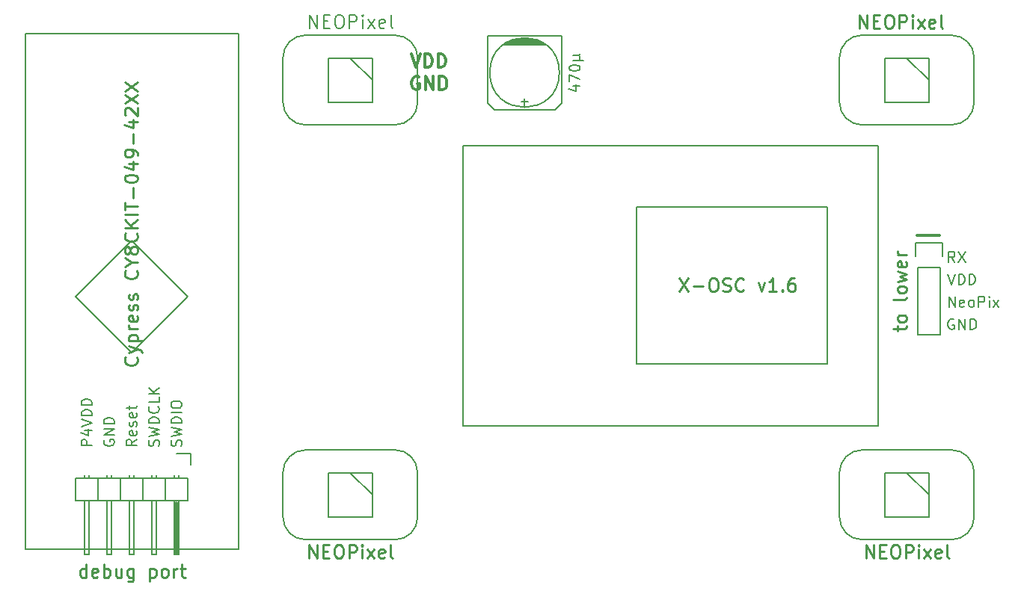
<source format=gbr>
G04 #@! TF.FileFunction,Legend,Top*
%FSLAX46Y46*%
G04 Gerber Fmt 4.6, Leading zero omitted, Abs format (unit mm)*
G04 Created by KiCad (PCBNEW (2015-05-13 BZR 5653)-product) date Tue 26 May 2015 04:41:06 PM CEST*
%MOMM*%
G01*
G04 APERTURE LIST*
%ADD10C,0.100000*%
%ADD11C,0.200000*%
%ADD12C,0.300000*%
%ADD13C,0.150000*%
%ADD14C,0.250000*%
G04 APERTURE END LIST*
D10*
D11*
X86845714Y-99466429D02*
X86902857Y-99295000D01*
X86902857Y-99009286D01*
X86845714Y-98895000D01*
X86788571Y-98837857D01*
X86674286Y-98780714D01*
X86560000Y-98780714D01*
X86445714Y-98837857D01*
X86388571Y-98895000D01*
X86331429Y-99009286D01*
X86274286Y-99237857D01*
X86217143Y-99352143D01*
X86160000Y-99409286D01*
X86045714Y-99466429D01*
X85931429Y-99466429D01*
X85817143Y-99409286D01*
X85760000Y-99352143D01*
X85702857Y-99237857D01*
X85702857Y-98952143D01*
X85760000Y-98780714D01*
X85702857Y-98380714D02*
X86902857Y-98095000D01*
X86045714Y-97866429D01*
X86902857Y-97637857D01*
X85702857Y-97352143D01*
X86902857Y-96895000D02*
X85702857Y-96895000D01*
X85702857Y-96609285D01*
X85760000Y-96437857D01*
X85874286Y-96323571D01*
X85988571Y-96266428D01*
X86217143Y-96209285D01*
X86388571Y-96209285D01*
X86617143Y-96266428D01*
X86731429Y-96323571D01*
X86845714Y-96437857D01*
X86902857Y-96609285D01*
X86902857Y-96895000D01*
X86902857Y-95695000D02*
X85702857Y-95695000D01*
X85702857Y-94894999D02*
X85702857Y-94666428D01*
X85760000Y-94552142D01*
X85874286Y-94437856D01*
X86102857Y-94380714D01*
X86502857Y-94380714D01*
X86731429Y-94437856D01*
X86845714Y-94552142D01*
X86902857Y-94666428D01*
X86902857Y-94894999D01*
X86845714Y-95009285D01*
X86731429Y-95123571D01*
X86502857Y-95180714D01*
X86102857Y-95180714D01*
X85874286Y-95123571D01*
X85760000Y-95009285D01*
X85702857Y-94894999D01*
X84305714Y-99466429D02*
X84362857Y-99295000D01*
X84362857Y-99009286D01*
X84305714Y-98895000D01*
X84248571Y-98837857D01*
X84134286Y-98780714D01*
X84020000Y-98780714D01*
X83905714Y-98837857D01*
X83848571Y-98895000D01*
X83791429Y-99009286D01*
X83734286Y-99237857D01*
X83677143Y-99352143D01*
X83620000Y-99409286D01*
X83505714Y-99466429D01*
X83391429Y-99466429D01*
X83277143Y-99409286D01*
X83220000Y-99352143D01*
X83162857Y-99237857D01*
X83162857Y-98952143D01*
X83220000Y-98780714D01*
X83162857Y-98380714D02*
X84362857Y-98095000D01*
X83505714Y-97866429D01*
X84362857Y-97637857D01*
X83162857Y-97352143D01*
X84362857Y-96895000D02*
X83162857Y-96895000D01*
X83162857Y-96609285D01*
X83220000Y-96437857D01*
X83334286Y-96323571D01*
X83448571Y-96266428D01*
X83677143Y-96209285D01*
X83848571Y-96209285D01*
X84077143Y-96266428D01*
X84191429Y-96323571D01*
X84305714Y-96437857D01*
X84362857Y-96609285D01*
X84362857Y-96895000D01*
X84248571Y-95009285D02*
X84305714Y-95066428D01*
X84362857Y-95237857D01*
X84362857Y-95352143D01*
X84305714Y-95523571D01*
X84191429Y-95637857D01*
X84077143Y-95695000D01*
X83848571Y-95752143D01*
X83677143Y-95752143D01*
X83448571Y-95695000D01*
X83334286Y-95637857D01*
X83220000Y-95523571D01*
X83162857Y-95352143D01*
X83162857Y-95237857D01*
X83220000Y-95066428D01*
X83277143Y-95009285D01*
X84362857Y-93923571D02*
X84362857Y-94495000D01*
X83162857Y-94495000D01*
X84362857Y-93523571D02*
X83162857Y-93523571D01*
X84362857Y-92837856D02*
X83677143Y-93352142D01*
X83162857Y-92837856D02*
X83848571Y-93523571D01*
X81822857Y-98723571D02*
X81251429Y-99123571D01*
X81822857Y-99409286D02*
X80622857Y-99409286D01*
X80622857Y-98952143D01*
X80680000Y-98837857D01*
X80737143Y-98780714D01*
X80851429Y-98723571D01*
X81022857Y-98723571D01*
X81137143Y-98780714D01*
X81194286Y-98837857D01*
X81251429Y-98952143D01*
X81251429Y-99409286D01*
X81765714Y-97752143D02*
X81822857Y-97866429D01*
X81822857Y-98095000D01*
X81765714Y-98209286D01*
X81651429Y-98266429D01*
X81194286Y-98266429D01*
X81080000Y-98209286D01*
X81022857Y-98095000D01*
X81022857Y-97866429D01*
X81080000Y-97752143D01*
X81194286Y-97695000D01*
X81308571Y-97695000D01*
X81422857Y-98266429D01*
X81765714Y-97237858D02*
X81822857Y-97123572D01*
X81822857Y-96895000D01*
X81765714Y-96780715D01*
X81651429Y-96723572D01*
X81594286Y-96723572D01*
X81480000Y-96780715D01*
X81422857Y-96895000D01*
X81422857Y-97066429D01*
X81365714Y-97180715D01*
X81251429Y-97237858D01*
X81194286Y-97237858D01*
X81080000Y-97180715D01*
X81022857Y-97066429D01*
X81022857Y-96895000D01*
X81080000Y-96780715D01*
X81765714Y-95752143D02*
X81822857Y-95866429D01*
X81822857Y-96095000D01*
X81765714Y-96209286D01*
X81651429Y-96266429D01*
X81194286Y-96266429D01*
X81080000Y-96209286D01*
X81022857Y-96095000D01*
X81022857Y-95866429D01*
X81080000Y-95752143D01*
X81194286Y-95695000D01*
X81308571Y-95695000D01*
X81422857Y-96266429D01*
X81022857Y-95352143D02*
X81022857Y-94895000D01*
X80622857Y-95180715D02*
X81651429Y-95180715D01*
X81765714Y-95123572D01*
X81822857Y-95009286D01*
X81822857Y-94895000D01*
X76742857Y-99409286D02*
X75542857Y-99409286D01*
X75542857Y-98952143D01*
X75600000Y-98837857D01*
X75657143Y-98780714D01*
X75771429Y-98723571D01*
X75942857Y-98723571D01*
X76057143Y-98780714D01*
X76114286Y-98837857D01*
X76171429Y-98952143D01*
X76171429Y-99409286D01*
X75942857Y-97695000D02*
X76742857Y-97695000D01*
X75485714Y-97980714D02*
X76342857Y-98266429D01*
X76342857Y-97523571D01*
X75542857Y-97237857D02*
X76742857Y-96837857D01*
X75542857Y-96437857D01*
X76742857Y-96037858D02*
X75542857Y-96037858D01*
X75542857Y-95752143D01*
X75600000Y-95580715D01*
X75714286Y-95466429D01*
X75828571Y-95409286D01*
X76057143Y-95352143D01*
X76228571Y-95352143D01*
X76457143Y-95409286D01*
X76571429Y-95466429D01*
X76685714Y-95580715D01*
X76742857Y-95752143D01*
X76742857Y-96037858D01*
X76742857Y-94837858D02*
X75542857Y-94837858D01*
X75542857Y-94552143D01*
X75600000Y-94380715D01*
X75714286Y-94266429D01*
X75828571Y-94209286D01*
X76057143Y-94152143D01*
X76228571Y-94152143D01*
X76457143Y-94209286D01*
X76571429Y-94266429D01*
X76685714Y-94380715D01*
X76742857Y-94552143D01*
X76742857Y-94837858D01*
X78140000Y-98780714D02*
X78082857Y-98895000D01*
X78082857Y-99066429D01*
X78140000Y-99237857D01*
X78254286Y-99352143D01*
X78368571Y-99409286D01*
X78597143Y-99466429D01*
X78768571Y-99466429D01*
X78997143Y-99409286D01*
X79111429Y-99352143D01*
X79225714Y-99237857D01*
X79282857Y-99066429D01*
X79282857Y-98952143D01*
X79225714Y-98780714D01*
X79168571Y-98723571D01*
X78768571Y-98723571D01*
X78768571Y-98952143D01*
X79282857Y-98209286D02*
X78082857Y-98209286D01*
X79282857Y-97523571D01*
X78082857Y-97523571D01*
X79282857Y-96952143D02*
X78082857Y-96952143D01*
X78082857Y-96666428D01*
X78140000Y-96495000D01*
X78254286Y-96380714D01*
X78368571Y-96323571D01*
X78597143Y-96266428D01*
X78768571Y-96266428D01*
X78997143Y-96323571D01*
X79111429Y-96380714D01*
X79225714Y-96495000D01*
X79282857Y-96666428D01*
X79282857Y-96952143D01*
X174425001Y-78647857D02*
X174025001Y-78076429D01*
X173739286Y-78647857D02*
X173739286Y-77447857D01*
X174196429Y-77447857D01*
X174310715Y-77505000D01*
X174367858Y-77562143D01*
X174425001Y-77676429D01*
X174425001Y-77847857D01*
X174367858Y-77962143D01*
X174310715Y-78019286D01*
X174196429Y-78076429D01*
X173739286Y-78076429D01*
X174825001Y-77447857D02*
X175625001Y-78647857D01*
X175625001Y-77447857D02*
X174825001Y-78647857D01*
X174345715Y-85125000D02*
X174231429Y-85067857D01*
X174060000Y-85067857D01*
X173888572Y-85125000D01*
X173774286Y-85239286D01*
X173717143Y-85353571D01*
X173660000Y-85582143D01*
X173660000Y-85753571D01*
X173717143Y-85982143D01*
X173774286Y-86096429D01*
X173888572Y-86210714D01*
X174060000Y-86267857D01*
X174174286Y-86267857D01*
X174345715Y-86210714D01*
X174402858Y-86153571D01*
X174402858Y-85753571D01*
X174174286Y-85753571D01*
X174917143Y-86267857D02*
X174917143Y-85067857D01*
X175602858Y-86267857D01*
X175602858Y-85067857D01*
X176174286Y-86267857D02*
X176174286Y-85067857D01*
X176460001Y-85067857D01*
X176631429Y-85125000D01*
X176745715Y-85239286D01*
X176802858Y-85353571D01*
X176860001Y-85582143D01*
X176860001Y-85753571D01*
X176802858Y-85982143D01*
X176745715Y-86096429D01*
X176631429Y-86210714D01*
X176460001Y-86267857D01*
X176174286Y-86267857D01*
X173758571Y-83727857D02*
X173758571Y-82527857D01*
X174444286Y-83727857D01*
X174444286Y-82527857D01*
X175472857Y-83670714D02*
X175358571Y-83727857D01*
X175130000Y-83727857D01*
X175015714Y-83670714D01*
X174958571Y-83556429D01*
X174958571Y-83099286D01*
X175015714Y-82985000D01*
X175130000Y-82927857D01*
X175358571Y-82927857D01*
X175472857Y-82985000D01*
X175530000Y-83099286D01*
X175530000Y-83213571D01*
X174958571Y-83327857D01*
X176215714Y-83727857D02*
X176101428Y-83670714D01*
X176044285Y-83613571D01*
X175987142Y-83499286D01*
X175987142Y-83156429D01*
X176044285Y-83042143D01*
X176101428Y-82985000D01*
X176215714Y-82927857D01*
X176387142Y-82927857D01*
X176501428Y-82985000D01*
X176558571Y-83042143D01*
X176615714Y-83156429D01*
X176615714Y-83499286D01*
X176558571Y-83613571D01*
X176501428Y-83670714D01*
X176387142Y-83727857D01*
X176215714Y-83727857D01*
X177129999Y-83727857D02*
X177129999Y-82527857D01*
X177587142Y-82527857D01*
X177701428Y-82585000D01*
X177758571Y-82642143D01*
X177815714Y-82756429D01*
X177815714Y-82927857D01*
X177758571Y-83042143D01*
X177701428Y-83099286D01*
X177587142Y-83156429D01*
X177129999Y-83156429D01*
X178329999Y-83727857D02*
X178329999Y-82927857D01*
X178329999Y-82527857D02*
X178272856Y-82585000D01*
X178329999Y-82642143D01*
X178387142Y-82585000D01*
X178329999Y-82527857D01*
X178329999Y-82642143D01*
X178787143Y-83727857D02*
X179415714Y-82927857D01*
X178787143Y-82927857D02*
X179415714Y-83727857D01*
X173660001Y-79987857D02*
X174060001Y-81187857D01*
X174460001Y-79987857D01*
X174860000Y-81187857D02*
X174860000Y-79987857D01*
X175145715Y-79987857D01*
X175317143Y-80045000D01*
X175431429Y-80159286D01*
X175488572Y-80273571D01*
X175545715Y-80502143D01*
X175545715Y-80673571D01*
X175488572Y-80902143D01*
X175431429Y-81016429D01*
X175317143Y-81130714D01*
X175145715Y-81187857D01*
X174860000Y-81187857D01*
X176060000Y-81187857D02*
X176060000Y-79987857D01*
X176345715Y-79987857D01*
X176517143Y-80045000D01*
X176631429Y-80159286D01*
X176688572Y-80273571D01*
X176745715Y-80502143D01*
X176745715Y-80673571D01*
X176688572Y-80902143D01*
X176631429Y-81016429D01*
X176517143Y-81130714D01*
X176345715Y-81187857D01*
X176060000Y-81187857D01*
D12*
X170180000Y-75565000D02*
X172720000Y-75565000D01*
X113792143Y-57670000D02*
X113649286Y-57598571D01*
X113435000Y-57598571D01*
X113220715Y-57670000D01*
X113077857Y-57812857D01*
X113006429Y-57955714D01*
X112935000Y-58241429D01*
X112935000Y-58455714D01*
X113006429Y-58741429D01*
X113077857Y-58884286D01*
X113220715Y-59027143D01*
X113435000Y-59098571D01*
X113577857Y-59098571D01*
X113792143Y-59027143D01*
X113863572Y-58955714D01*
X113863572Y-58455714D01*
X113577857Y-58455714D01*
X114506429Y-59098571D02*
X114506429Y-57598571D01*
X115363572Y-59098571D01*
X115363572Y-57598571D01*
X116077858Y-59098571D02*
X116077858Y-57598571D01*
X116435001Y-57598571D01*
X116649286Y-57670000D01*
X116792144Y-57812857D01*
X116863572Y-57955714D01*
X116935001Y-58241429D01*
X116935001Y-58455714D01*
X116863572Y-58741429D01*
X116792144Y-58884286D01*
X116649286Y-59027143D01*
X116435001Y-59098571D01*
X116077858Y-59098571D01*
X112935000Y-55058571D02*
X113435000Y-56558571D01*
X113935000Y-55058571D01*
X114435000Y-56558571D02*
X114435000Y-55058571D01*
X114792143Y-55058571D01*
X115006428Y-55130000D01*
X115149286Y-55272857D01*
X115220714Y-55415714D01*
X115292143Y-55701429D01*
X115292143Y-55915714D01*
X115220714Y-56201429D01*
X115149286Y-56344286D01*
X115006428Y-56487143D01*
X114792143Y-56558571D01*
X114435000Y-56558571D01*
X115935000Y-56558571D02*
X115935000Y-55058571D01*
X116292143Y-55058571D01*
X116506428Y-55130000D01*
X116649286Y-55272857D01*
X116720714Y-55415714D01*
X116792143Y-55701429D01*
X116792143Y-55915714D01*
X116720714Y-56201429D01*
X116649286Y-56344286D01*
X116506428Y-56487143D01*
X116292143Y-56558571D01*
X115935000Y-56558571D01*
D11*
X74930000Y-82550000D02*
X81280000Y-76200000D01*
X81280000Y-76200000D02*
X87630000Y-82550000D01*
X87630000Y-82550000D02*
X81280000Y-88900000D01*
X81280000Y-88900000D02*
X74930000Y-82550000D01*
X93345000Y-111125000D02*
X93345000Y-52705000D01*
X93345000Y-52705000D02*
X69215000Y-52705000D01*
X69215000Y-52705000D02*
X69215000Y-111125000D01*
X69215000Y-111125000D02*
X93345000Y-111125000D01*
D13*
X170230000Y-79270000D02*
X170230000Y-86890000D01*
X172770000Y-79270000D02*
X172770000Y-86890000D01*
X173050000Y-76450000D02*
X173050000Y-78000000D01*
X170230000Y-86890000D02*
X172770000Y-86890000D01*
X172770000Y-79270000D02*
X170230000Y-79270000D01*
X169950000Y-78000000D02*
X169950000Y-76450000D01*
X169950000Y-76450000D02*
X173050000Y-76450000D01*
X126746000Y-53340000D02*
X124714000Y-53340000D01*
X124333000Y-53467000D02*
X127127000Y-53467000D01*
X127381000Y-53594000D02*
X124079000Y-53594000D01*
X123825000Y-53721000D02*
X127635000Y-53721000D01*
X123698000Y-53848000D02*
X127762000Y-53848000D01*
X128016000Y-53975000D02*
X123444000Y-53975000D01*
X129667000Y-57150000D02*
G75*
G03X129667000Y-57150000I-3937000J0D01*
G01*
X129921000Y-52959000D02*
X121539000Y-52959000D01*
X121539000Y-52959000D02*
X121539000Y-60579000D01*
X121539000Y-60579000D02*
X122301000Y-61341000D01*
X122301000Y-61341000D02*
X129159000Y-61341000D01*
X129159000Y-61341000D02*
X129921000Y-60579000D01*
X129921000Y-60579000D02*
X129921000Y-52959000D01*
X125730000Y-60833000D02*
X125730000Y-60071000D01*
X126111000Y-60452000D02*
X125349000Y-60452000D01*
X165735000Y-97155000D02*
X165735000Y-65405000D01*
X118745000Y-65405000D02*
X118745000Y-97155000D01*
X165735000Y-65405000D02*
X118745000Y-65405000D01*
X165735000Y-97155000D02*
X118745000Y-97155000D01*
X160020000Y-72390000D02*
X160020000Y-90170000D01*
X160020000Y-90170000D02*
X138430000Y-90170000D01*
X138430000Y-90170000D02*
X138430000Y-72390000D01*
X138430000Y-72390000D02*
X160020000Y-72390000D01*
D11*
X108500000Y-105000000D02*
X106000000Y-102500000D01*
X108500000Y-107500000D02*
X103500000Y-107500000D01*
X108000000Y-102500000D02*
X108500000Y-102500000D01*
X108500000Y-107500000D02*
X108500000Y-102500000D01*
X103500000Y-107500000D02*
X103500000Y-102500000D01*
X103500000Y-102500000D02*
X108000000Y-102500000D01*
X113620000Y-102460000D02*
G75*
G03X111080000Y-99920000I-2540000J0D01*
G01*
X100920000Y-99920000D02*
G75*
G03X98380000Y-102460000I0J-2540000D01*
G01*
X98380000Y-107540000D02*
G75*
G03X100920000Y-110080000I2540000J0D01*
G01*
X111080000Y-110080000D02*
G75*
G03X113620000Y-107540000I0J2540000D01*
G01*
X100920000Y-99920000D02*
X111080000Y-99920000D01*
X98380000Y-107540000D02*
X98380000Y-102460000D01*
X111080000Y-110080000D02*
X100920000Y-110080000D01*
X113620000Y-102460000D02*
X113620000Y-107540000D01*
X108500000Y-58000000D02*
X106000000Y-55500000D01*
X108500000Y-60500000D02*
X103500000Y-60500000D01*
X108000000Y-55500000D02*
X108500000Y-55500000D01*
X108500000Y-60500000D02*
X108500000Y-55500000D01*
X103500000Y-60500000D02*
X103500000Y-55500000D01*
X103500000Y-55500000D02*
X108000000Y-55500000D01*
X113620000Y-55460000D02*
G75*
G03X111080000Y-52920000I-2540000J0D01*
G01*
X100920000Y-52920000D02*
G75*
G03X98380000Y-55460000I0J-2540000D01*
G01*
X98380000Y-60540000D02*
G75*
G03X100920000Y-63080000I2540000J0D01*
G01*
X111080000Y-63080000D02*
G75*
G03X113620000Y-60540000I0J2540000D01*
G01*
X100920000Y-52920000D02*
X111080000Y-52920000D01*
X98380000Y-60540000D02*
X98380000Y-55460000D01*
X111080000Y-63080000D02*
X100920000Y-63080000D01*
X113620000Y-55460000D02*
X113620000Y-60540000D01*
X171500000Y-58000000D02*
X169000000Y-55500000D01*
X171500000Y-60500000D02*
X166500000Y-60500000D01*
X171000000Y-55500000D02*
X171500000Y-55500000D01*
X171500000Y-60500000D02*
X171500000Y-55500000D01*
X166500000Y-60500000D02*
X166500000Y-55500000D01*
X166500000Y-55500000D02*
X171000000Y-55500000D01*
X176620000Y-55460000D02*
G75*
G03X174080000Y-52920000I-2540000J0D01*
G01*
X163920000Y-52920000D02*
G75*
G03X161380000Y-55460000I0J-2540000D01*
G01*
X161380000Y-60540000D02*
G75*
G03X163920000Y-63080000I2540000J0D01*
G01*
X174080000Y-63080000D02*
G75*
G03X176620000Y-60540000I0J2540000D01*
G01*
X163920000Y-52920000D02*
X174080000Y-52920000D01*
X161380000Y-60540000D02*
X161380000Y-55460000D01*
X174080000Y-63080000D02*
X163920000Y-63080000D01*
X176620000Y-55460000D02*
X176620000Y-60540000D01*
X171500000Y-105000000D02*
X169000000Y-102500000D01*
X171500000Y-107500000D02*
X166500000Y-107500000D01*
X171000000Y-102500000D02*
X171500000Y-102500000D01*
X171500000Y-107500000D02*
X171500000Y-102500000D01*
X166500000Y-107500000D02*
X166500000Y-102500000D01*
X166500000Y-102500000D02*
X171000000Y-102500000D01*
X176620000Y-102460000D02*
G75*
G03X174080000Y-99920000I-2540000J0D01*
G01*
X163920000Y-99920000D02*
G75*
G03X161380000Y-102460000I0J-2540000D01*
G01*
X161380000Y-107540000D02*
G75*
G03X163920000Y-110080000I2540000J0D01*
G01*
X174080000Y-110080000D02*
G75*
G03X176620000Y-107540000I0J2540000D01*
G01*
X163920000Y-99920000D02*
X174080000Y-99920000D01*
X161380000Y-107540000D02*
X161380000Y-102460000D01*
X174080000Y-110080000D02*
X163920000Y-110080000D01*
X176620000Y-102460000D02*
X176620000Y-107540000D01*
D13*
X87910000Y-100300000D02*
X86360000Y-100300000D01*
X87910000Y-101600000D02*
X87910000Y-100300000D01*
X86487000Y-105791000D02*
X86487000Y-111633000D01*
X86487000Y-111633000D02*
X86233000Y-111633000D01*
X86233000Y-111633000D02*
X86233000Y-105791000D01*
X86233000Y-105791000D02*
X86360000Y-105791000D01*
X86360000Y-105791000D02*
X86360000Y-111633000D01*
X86614000Y-103124000D02*
X86614000Y-102743000D01*
X86106000Y-103124000D02*
X86106000Y-102743000D01*
X84074000Y-103124000D02*
X84074000Y-102743000D01*
X83566000Y-103124000D02*
X83566000Y-102743000D01*
X81534000Y-103124000D02*
X81534000Y-102743000D01*
X81026000Y-103124000D02*
X81026000Y-102743000D01*
X78994000Y-103124000D02*
X78994000Y-102743000D01*
X78486000Y-103124000D02*
X78486000Y-102743000D01*
X75946000Y-103124000D02*
X75946000Y-102743000D01*
X76454000Y-103124000D02*
X76454000Y-102743000D01*
X85090000Y-105664000D02*
X87630000Y-105664000D01*
X86106000Y-111760000D02*
X86106000Y-105664000D01*
X86614000Y-111760000D02*
X86106000Y-111760000D01*
X86614000Y-105664000D02*
X86614000Y-111760000D01*
X85090000Y-103124000D02*
X85090000Y-105664000D01*
X87630000Y-103124000D02*
X85090000Y-103124000D01*
X87630000Y-103124000D02*
X87630000Y-105664000D01*
X82550000Y-103124000D02*
X82550000Y-105664000D01*
X82550000Y-103124000D02*
X80010000Y-103124000D01*
X80010000Y-103124000D02*
X80010000Y-105664000D01*
X81534000Y-105664000D02*
X81534000Y-111760000D01*
X81534000Y-111760000D02*
X81026000Y-111760000D01*
X81026000Y-111760000D02*
X81026000Y-105664000D01*
X80010000Y-105664000D02*
X82550000Y-105664000D01*
X82550000Y-105664000D02*
X85090000Y-105664000D01*
X83566000Y-111760000D02*
X83566000Y-105664000D01*
X84074000Y-111760000D02*
X83566000Y-111760000D01*
X84074000Y-105664000D02*
X84074000Y-111760000D01*
X82550000Y-103124000D02*
X82550000Y-105664000D01*
X85090000Y-103124000D02*
X82550000Y-103124000D01*
X85090000Y-103124000D02*
X85090000Y-105664000D01*
X77470000Y-103124000D02*
X77470000Y-105664000D01*
X77470000Y-103124000D02*
X74930000Y-103124000D01*
X74930000Y-103124000D02*
X74930000Y-105664000D01*
X76454000Y-105664000D02*
X76454000Y-111760000D01*
X76454000Y-111760000D02*
X75946000Y-111760000D01*
X75946000Y-111760000D02*
X75946000Y-105664000D01*
X74930000Y-105664000D02*
X77470000Y-105664000D01*
X77470000Y-105664000D02*
X80010000Y-105664000D01*
X78486000Y-111760000D02*
X78486000Y-105664000D01*
X78994000Y-111760000D02*
X78486000Y-111760000D01*
X78994000Y-105664000D02*
X78994000Y-111760000D01*
X77470000Y-103124000D02*
X77470000Y-105664000D01*
X80010000Y-103124000D02*
X77470000Y-103124000D01*
X80010000Y-103124000D02*
X80010000Y-105664000D01*
D14*
X81815714Y-89366426D02*
X81887143Y-89437855D01*
X81958571Y-89652141D01*
X81958571Y-89794998D01*
X81887143Y-90009283D01*
X81744286Y-90152141D01*
X81601429Y-90223569D01*
X81315714Y-90294998D01*
X81101429Y-90294998D01*
X80815714Y-90223569D01*
X80672857Y-90152141D01*
X80530000Y-90009283D01*
X80458571Y-89794998D01*
X80458571Y-89652141D01*
X80530000Y-89437855D01*
X80601429Y-89366426D01*
X80958571Y-88866426D02*
X81958571Y-88509283D01*
X80958571Y-88152141D02*
X81958571Y-88509283D01*
X82315714Y-88652141D01*
X82387143Y-88723569D01*
X82458571Y-88866426D01*
X80958571Y-87580712D02*
X82458571Y-87580712D01*
X81030000Y-87580712D02*
X80958571Y-87437855D01*
X80958571Y-87152141D01*
X81030000Y-87009284D01*
X81101429Y-86937855D01*
X81244286Y-86866426D01*
X81672857Y-86866426D01*
X81815714Y-86937855D01*
X81887143Y-87009284D01*
X81958571Y-87152141D01*
X81958571Y-87437855D01*
X81887143Y-87580712D01*
X81958571Y-86223569D02*
X80958571Y-86223569D01*
X81244286Y-86223569D02*
X81101429Y-86152141D01*
X81030000Y-86080712D01*
X80958571Y-85937855D01*
X80958571Y-85794998D01*
X81887143Y-84723570D02*
X81958571Y-84866427D01*
X81958571Y-85152141D01*
X81887143Y-85294998D01*
X81744286Y-85366427D01*
X81172857Y-85366427D01*
X81030000Y-85294998D01*
X80958571Y-85152141D01*
X80958571Y-84866427D01*
X81030000Y-84723570D01*
X81172857Y-84652141D01*
X81315714Y-84652141D01*
X81458571Y-85366427D01*
X81887143Y-84080713D02*
X81958571Y-83937856D01*
X81958571Y-83652141D01*
X81887143Y-83509284D01*
X81744286Y-83437856D01*
X81672857Y-83437856D01*
X81530000Y-83509284D01*
X81458571Y-83652141D01*
X81458571Y-83866427D01*
X81387143Y-84009284D01*
X81244286Y-84080713D01*
X81172857Y-84080713D01*
X81030000Y-84009284D01*
X80958571Y-83866427D01*
X80958571Y-83652141D01*
X81030000Y-83509284D01*
X81887143Y-82866427D02*
X81958571Y-82723570D01*
X81958571Y-82437855D01*
X81887143Y-82294998D01*
X81744286Y-82223570D01*
X81672857Y-82223570D01*
X81530000Y-82294998D01*
X81458571Y-82437855D01*
X81458571Y-82652141D01*
X81387143Y-82794998D01*
X81244286Y-82866427D01*
X81172857Y-82866427D01*
X81030000Y-82794998D01*
X80958571Y-82652141D01*
X80958571Y-82437855D01*
X81030000Y-82294998D01*
X81815714Y-79580712D02*
X81887143Y-79652141D01*
X81958571Y-79866427D01*
X81958571Y-80009284D01*
X81887143Y-80223569D01*
X81744286Y-80366427D01*
X81601429Y-80437855D01*
X81315714Y-80509284D01*
X81101429Y-80509284D01*
X80815714Y-80437855D01*
X80672857Y-80366427D01*
X80530000Y-80223569D01*
X80458571Y-80009284D01*
X80458571Y-79866427D01*
X80530000Y-79652141D01*
X80601429Y-79580712D01*
X81244286Y-78652141D02*
X81958571Y-78652141D01*
X80458571Y-79152141D02*
X81244286Y-78652141D01*
X80458571Y-78152141D01*
X81101429Y-77437855D02*
X81030000Y-77580713D01*
X80958571Y-77652141D01*
X80815714Y-77723570D01*
X80744286Y-77723570D01*
X80601429Y-77652141D01*
X80530000Y-77580713D01*
X80458571Y-77437855D01*
X80458571Y-77152141D01*
X80530000Y-77009284D01*
X80601429Y-76937855D01*
X80744286Y-76866427D01*
X80815714Y-76866427D01*
X80958571Y-76937855D01*
X81030000Y-77009284D01*
X81101429Y-77152141D01*
X81101429Y-77437855D01*
X81172857Y-77580713D01*
X81244286Y-77652141D01*
X81387143Y-77723570D01*
X81672857Y-77723570D01*
X81815714Y-77652141D01*
X81887143Y-77580713D01*
X81958571Y-77437855D01*
X81958571Y-77152141D01*
X81887143Y-77009284D01*
X81815714Y-76937855D01*
X81672857Y-76866427D01*
X81387143Y-76866427D01*
X81244286Y-76937855D01*
X81172857Y-77009284D01*
X81101429Y-77152141D01*
X81815714Y-75366427D02*
X81887143Y-75437856D01*
X81958571Y-75652142D01*
X81958571Y-75794999D01*
X81887143Y-76009284D01*
X81744286Y-76152142D01*
X81601429Y-76223570D01*
X81315714Y-76294999D01*
X81101429Y-76294999D01*
X80815714Y-76223570D01*
X80672857Y-76152142D01*
X80530000Y-76009284D01*
X80458571Y-75794999D01*
X80458571Y-75652142D01*
X80530000Y-75437856D01*
X80601429Y-75366427D01*
X81958571Y-74723570D02*
X80458571Y-74723570D01*
X81958571Y-73866427D02*
X81101429Y-74509284D01*
X80458571Y-73866427D02*
X81315714Y-74723570D01*
X81958571Y-73223570D02*
X80458571Y-73223570D01*
X80458571Y-72723570D02*
X80458571Y-71866427D01*
X81958571Y-72294998D02*
X80458571Y-72294998D01*
X81387143Y-71366427D02*
X81387143Y-70223570D01*
X80458571Y-69223570D02*
X80458571Y-69080713D01*
X80530000Y-68937856D01*
X80601429Y-68866427D01*
X80744286Y-68794998D01*
X81030000Y-68723570D01*
X81387143Y-68723570D01*
X81672857Y-68794998D01*
X81815714Y-68866427D01*
X81887143Y-68937856D01*
X81958571Y-69080713D01*
X81958571Y-69223570D01*
X81887143Y-69366427D01*
X81815714Y-69437856D01*
X81672857Y-69509284D01*
X81387143Y-69580713D01*
X81030000Y-69580713D01*
X80744286Y-69509284D01*
X80601429Y-69437856D01*
X80530000Y-69366427D01*
X80458571Y-69223570D01*
X80958571Y-67437856D02*
X81958571Y-67437856D01*
X80387143Y-67794999D02*
X81458571Y-68152142D01*
X81458571Y-67223570D01*
X81958571Y-66580714D02*
X81958571Y-66294999D01*
X81887143Y-66152142D01*
X81815714Y-66080714D01*
X81601429Y-65937856D01*
X81315714Y-65866428D01*
X80744286Y-65866428D01*
X80601429Y-65937856D01*
X80530000Y-66009285D01*
X80458571Y-66152142D01*
X80458571Y-66437856D01*
X80530000Y-66580714D01*
X80601429Y-66652142D01*
X80744286Y-66723571D01*
X81101429Y-66723571D01*
X81244286Y-66652142D01*
X81315714Y-66580714D01*
X81387143Y-66437856D01*
X81387143Y-66152142D01*
X81315714Y-66009285D01*
X81244286Y-65937856D01*
X81101429Y-65866428D01*
X81387143Y-65223571D02*
X81387143Y-64080714D01*
X80958571Y-62723571D02*
X81958571Y-62723571D01*
X80387143Y-63080714D02*
X81458571Y-63437857D01*
X81458571Y-62509285D01*
X80601429Y-62009286D02*
X80530000Y-61937857D01*
X80458571Y-61795000D01*
X80458571Y-61437857D01*
X80530000Y-61295000D01*
X80601429Y-61223571D01*
X80744286Y-61152143D01*
X80887143Y-61152143D01*
X81101429Y-61223571D01*
X81958571Y-62080714D01*
X81958571Y-61152143D01*
X80458571Y-60652143D02*
X81958571Y-59652143D01*
X80458571Y-59652143D02*
X81958571Y-60652143D01*
X80458571Y-59223572D02*
X81958571Y-58223572D01*
X80458571Y-58223572D02*
X81958571Y-59223572D01*
X167953571Y-86415000D02*
X167953571Y-85843571D01*
X167453571Y-86200714D02*
X168739286Y-86200714D01*
X168882143Y-86129286D01*
X168953571Y-85986428D01*
X168953571Y-85843571D01*
X168953571Y-85129285D02*
X168882143Y-85272143D01*
X168810714Y-85343571D01*
X168667857Y-85415000D01*
X168239286Y-85415000D01*
X168096429Y-85343571D01*
X168025000Y-85272143D01*
X167953571Y-85129285D01*
X167953571Y-84915000D01*
X168025000Y-84772143D01*
X168096429Y-84700714D01*
X168239286Y-84629285D01*
X168667857Y-84629285D01*
X168810714Y-84700714D01*
X168882143Y-84772143D01*
X168953571Y-84915000D01*
X168953571Y-85129285D01*
X168953571Y-82629285D02*
X168882143Y-82772143D01*
X168739286Y-82843571D01*
X167453571Y-82843571D01*
X168953571Y-81843571D02*
X168882143Y-81986429D01*
X168810714Y-82057857D01*
X168667857Y-82129286D01*
X168239286Y-82129286D01*
X168096429Y-82057857D01*
X168025000Y-81986429D01*
X167953571Y-81843571D01*
X167953571Y-81629286D01*
X168025000Y-81486429D01*
X168096429Y-81415000D01*
X168239286Y-81343571D01*
X168667857Y-81343571D01*
X168810714Y-81415000D01*
X168882143Y-81486429D01*
X168953571Y-81629286D01*
X168953571Y-81843571D01*
X167953571Y-80843571D02*
X168953571Y-80557857D01*
X168239286Y-80272143D01*
X168953571Y-79986428D01*
X167953571Y-79700714D01*
X168882143Y-78557857D02*
X168953571Y-78700714D01*
X168953571Y-78986428D01*
X168882143Y-79129285D01*
X168739286Y-79200714D01*
X168167857Y-79200714D01*
X168025000Y-79129285D01*
X167953571Y-78986428D01*
X167953571Y-78700714D01*
X168025000Y-78557857D01*
X168167857Y-78486428D01*
X168310714Y-78486428D01*
X168453571Y-79200714D01*
X168953571Y-77843571D02*
X167953571Y-77843571D01*
X168239286Y-77843571D02*
X168096429Y-77772143D01*
X168025000Y-77700714D01*
X167953571Y-77557857D01*
X167953571Y-77415000D01*
D11*
X131187857Y-58692857D02*
X131987857Y-58692857D01*
X130730714Y-58978571D02*
X131587857Y-59264286D01*
X131587857Y-58521428D01*
X130787857Y-58178571D02*
X130787857Y-57378571D01*
X131987857Y-57892857D01*
X130787857Y-56692857D02*
X130787857Y-56578572D01*
X130845000Y-56464286D01*
X130902143Y-56407143D01*
X131016429Y-56350000D01*
X131245000Y-56292857D01*
X131530714Y-56292857D01*
X131759286Y-56350000D01*
X131873571Y-56407143D01*
X131930714Y-56464286D01*
X131987857Y-56578572D01*
X131987857Y-56692857D01*
X131930714Y-56807143D01*
X131873571Y-56864286D01*
X131759286Y-56921429D01*
X131530714Y-56978572D01*
X131245000Y-56978572D01*
X131016429Y-56921429D01*
X130902143Y-56864286D01*
X130845000Y-56807143D01*
X130787857Y-56692857D01*
X131187857Y-55778572D02*
X132387857Y-55778572D01*
X131816429Y-55207143D02*
X131930714Y-55150000D01*
X131987857Y-55035715D01*
X131816429Y-55778572D02*
X131930714Y-55721429D01*
X131987857Y-55607143D01*
X131987857Y-55378572D01*
X131930714Y-55264286D01*
X131816429Y-55207143D01*
X131187857Y-55207143D01*
D14*
X143252858Y-80458571D02*
X144252858Y-81958571D01*
X144252858Y-80458571D02*
X143252858Y-81958571D01*
X144824286Y-81387143D02*
X145967143Y-81387143D01*
X146967143Y-80458571D02*
X147252857Y-80458571D01*
X147395715Y-80530000D01*
X147538572Y-80672857D01*
X147610000Y-80958571D01*
X147610000Y-81458571D01*
X147538572Y-81744286D01*
X147395715Y-81887143D01*
X147252857Y-81958571D01*
X146967143Y-81958571D01*
X146824286Y-81887143D01*
X146681429Y-81744286D01*
X146610000Y-81458571D01*
X146610000Y-80958571D01*
X146681429Y-80672857D01*
X146824286Y-80530000D01*
X146967143Y-80458571D01*
X148181429Y-81887143D02*
X148395715Y-81958571D01*
X148752858Y-81958571D01*
X148895715Y-81887143D01*
X148967144Y-81815714D01*
X149038572Y-81672857D01*
X149038572Y-81530000D01*
X148967144Y-81387143D01*
X148895715Y-81315714D01*
X148752858Y-81244286D01*
X148467144Y-81172857D01*
X148324286Y-81101429D01*
X148252858Y-81030000D01*
X148181429Y-80887143D01*
X148181429Y-80744286D01*
X148252858Y-80601429D01*
X148324286Y-80530000D01*
X148467144Y-80458571D01*
X148824286Y-80458571D01*
X149038572Y-80530000D01*
X150538572Y-81815714D02*
X150467143Y-81887143D01*
X150252857Y-81958571D01*
X150110000Y-81958571D01*
X149895715Y-81887143D01*
X149752857Y-81744286D01*
X149681429Y-81601429D01*
X149610000Y-81315714D01*
X149610000Y-81101429D01*
X149681429Y-80815714D01*
X149752857Y-80672857D01*
X149895715Y-80530000D01*
X150110000Y-80458571D01*
X150252857Y-80458571D01*
X150467143Y-80530000D01*
X150538572Y-80601429D01*
X152181429Y-80958571D02*
X152538572Y-81958571D01*
X152895714Y-80958571D01*
X154252857Y-81958571D02*
X153395714Y-81958571D01*
X153824286Y-81958571D02*
X153824286Y-80458571D01*
X153681429Y-80672857D01*
X153538571Y-80815714D01*
X153395714Y-80887143D01*
X154895714Y-81815714D02*
X154967142Y-81887143D01*
X154895714Y-81958571D01*
X154824285Y-81887143D01*
X154895714Y-81815714D01*
X154895714Y-81958571D01*
X156252857Y-80458571D02*
X155967143Y-80458571D01*
X155824286Y-80530000D01*
X155752857Y-80601429D01*
X155610000Y-80815714D01*
X155538571Y-81101429D01*
X155538571Y-81672857D01*
X155610000Y-81815714D01*
X155681428Y-81887143D01*
X155824286Y-81958571D01*
X156110000Y-81958571D01*
X156252857Y-81887143D01*
X156324286Y-81815714D01*
X156395714Y-81672857D01*
X156395714Y-81315714D01*
X156324286Y-81172857D01*
X156252857Y-81101429D01*
X156110000Y-81030000D01*
X155824286Y-81030000D01*
X155681428Y-81101429D01*
X155610000Y-81172857D01*
X155538571Y-81315714D01*
X101357143Y-112178571D02*
X101357143Y-110678571D01*
X102214286Y-112178571D01*
X102214286Y-110678571D01*
X102928572Y-111392857D02*
X103428572Y-111392857D01*
X103642858Y-112178571D02*
X102928572Y-112178571D01*
X102928572Y-110678571D01*
X103642858Y-110678571D01*
X104571429Y-110678571D02*
X104857143Y-110678571D01*
X105000001Y-110750000D01*
X105142858Y-110892857D01*
X105214286Y-111178571D01*
X105214286Y-111678571D01*
X105142858Y-111964286D01*
X105000001Y-112107143D01*
X104857143Y-112178571D01*
X104571429Y-112178571D01*
X104428572Y-112107143D01*
X104285715Y-111964286D01*
X104214286Y-111678571D01*
X104214286Y-111178571D01*
X104285715Y-110892857D01*
X104428572Y-110750000D01*
X104571429Y-110678571D01*
X105857144Y-112178571D02*
X105857144Y-110678571D01*
X106428572Y-110678571D01*
X106571430Y-110750000D01*
X106642858Y-110821429D01*
X106714287Y-110964286D01*
X106714287Y-111178571D01*
X106642858Y-111321429D01*
X106571430Y-111392857D01*
X106428572Y-111464286D01*
X105857144Y-111464286D01*
X107357144Y-112178571D02*
X107357144Y-111178571D01*
X107357144Y-110678571D02*
X107285715Y-110750000D01*
X107357144Y-110821429D01*
X107428572Y-110750000D01*
X107357144Y-110678571D01*
X107357144Y-110821429D01*
X107928573Y-112178571D02*
X108714287Y-111178571D01*
X107928573Y-111178571D02*
X108714287Y-112178571D01*
X109857144Y-112107143D02*
X109714287Y-112178571D01*
X109428573Y-112178571D01*
X109285716Y-112107143D01*
X109214287Y-111964286D01*
X109214287Y-111392857D01*
X109285716Y-111250000D01*
X109428573Y-111178571D01*
X109714287Y-111178571D01*
X109857144Y-111250000D01*
X109928573Y-111392857D01*
X109928573Y-111535714D01*
X109214287Y-111678571D01*
X110785716Y-112178571D02*
X110642858Y-112107143D01*
X110571430Y-111964286D01*
X110571430Y-110678571D01*
D11*
X101402143Y-52113571D02*
X101402143Y-50613571D01*
X102259286Y-52113571D01*
X102259286Y-50613571D01*
X102973572Y-51327857D02*
X103473572Y-51327857D01*
X103687858Y-52113571D02*
X102973572Y-52113571D01*
X102973572Y-50613571D01*
X103687858Y-50613571D01*
X104616429Y-50613571D02*
X104902143Y-50613571D01*
X105045001Y-50685000D01*
X105187858Y-50827857D01*
X105259286Y-51113571D01*
X105259286Y-51613571D01*
X105187858Y-51899286D01*
X105045001Y-52042143D01*
X104902143Y-52113571D01*
X104616429Y-52113571D01*
X104473572Y-52042143D01*
X104330715Y-51899286D01*
X104259286Y-51613571D01*
X104259286Y-51113571D01*
X104330715Y-50827857D01*
X104473572Y-50685000D01*
X104616429Y-50613571D01*
X105902144Y-52113571D02*
X105902144Y-50613571D01*
X106473572Y-50613571D01*
X106616430Y-50685000D01*
X106687858Y-50756429D01*
X106759287Y-50899286D01*
X106759287Y-51113571D01*
X106687858Y-51256429D01*
X106616430Y-51327857D01*
X106473572Y-51399286D01*
X105902144Y-51399286D01*
X107402144Y-52113571D02*
X107402144Y-51113571D01*
X107402144Y-50613571D02*
X107330715Y-50685000D01*
X107402144Y-50756429D01*
X107473572Y-50685000D01*
X107402144Y-50613571D01*
X107402144Y-50756429D01*
X107973573Y-52113571D02*
X108759287Y-51113571D01*
X107973573Y-51113571D02*
X108759287Y-52113571D01*
X109902144Y-52042143D02*
X109759287Y-52113571D01*
X109473573Y-52113571D01*
X109330716Y-52042143D01*
X109259287Y-51899286D01*
X109259287Y-51327857D01*
X109330716Y-51185000D01*
X109473573Y-51113571D01*
X109759287Y-51113571D01*
X109902144Y-51185000D01*
X109973573Y-51327857D01*
X109973573Y-51470714D01*
X109259287Y-51613571D01*
X110830716Y-52113571D02*
X110687858Y-52042143D01*
X110616430Y-51899286D01*
X110616430Y-50613571D01*
D14*
X163632143Y-52113571D02*
X163632143Y-50613571D01*
X164489286Y-52113571D01*
X164489286Y-50613571D01*
X165203572Y-51327857D02*
X165703572Y-51327857D01*
X165917858Y-52113571D02*
X165203572Y-52113571D01*
X165203572Y-50613571D01*
X165917858Y-50613571D01*
X166846429Y-50613571D02*
X167132143Y-50613571D01*
X167275001Y-50685000D01*
X167417858Y-50827857D01*
X167489286Y-51113571D01*
X167489286Y-51613571D01*
X167417858Y-51899286D01*
X167275001Y-52042143D01*
X167132143Y-52113571D01*
X166846429Y-52113571D01*
X166703572Y-52042143D01*
X166560715Y-51899286D01*
X166489286Y-51613571D01*
X166489286Y-51113571D01*
X166560715Y-50827857D01*
X166703572Y-50685000D01*
X166846429Y-50613571D01*
X168132144Y-52113571D02*
X168132144Y-50613571D01*
X168703572Y-50613571D01*
X168846430Y-50685000D01*
X168917858Y-50756429D01*
X168989287Y-50899286D01*
X168989287Y-51113571D01*
X168917858Y-51256429D01*
X168846430Y-51327857D01*
X168703572Y-51399286D01*
X168132144Y-51399286D01*
X169632144Y-52113571D02*
X169632144Y-51113571D01*
X169632144Y-50613571D02*
X169560715Y-50685000D01*
X169632144Y-50756429D01*
X169703572Y-50685000D01*
X169632144Y-50613571D01*
X169632144Y-50756429D01*
X170203573Y-52113571D02*
X170989287Y-51113571D01*
X170203573Y-51113571D02*
X170989287Y-52113571D01*
X172132144Y-52042143D02*
X171989287Y-52113571D01*
X171703573Y-52113571D01*
X171560716Y-52042143D01*
X171489287Y-51899286D01*
X171489287Y-51327857D01*
X171560716Y-51185000D01*
X171703573Y-51113571D01*
X171989287Y-51113571D01*
X172132144Y-51185000D01*
X172203573Y-51327857D01*
X172203573Y-51470714D01*
X171489287Y-51613571D01*
X173060716Y-52113571D02*
X172917858Y-52042143D01*
X172846430Y-51899286D01*
X172846430Y-50613571D01*
X164357143Y-112178571D02*
X164357143Y-110678571D01*
X165214286Y-112178571D01*
X165214286Y-110678571D01*
X165928572Y-111392857D02*
X166428572Y-111392857D01*
X166642858Y-112178571D02*
X165928572Y-112178571D01*
X165928572Y-110678571D01*
X166642858Y-110678571D01*
X167571429Y-110678571D02*
X167857143Y-110678571D01*
X168000001Y-110750000D01*
X168142858Y-110892857D01*
X168214286Y-111178571D01*
X168214286Y-111678571D01*
X168142858Y-111964286D01*
X168000001Y-112107143D01*
X167857143Y-112178571D01*
X167571429Y-112178571D01*
X167428572Y-112107143D01*
X167285715Y-111964286D01*
X167214286Y-111678571D01*
X167214286Y-111178571D01*
X167285715Y-110892857D01*
X167428572Y-110750000D01*
X167571429Y-110678571D01*
X168857144Y-112178571D02*
X168857144Y-110678571D01*
X169428572Y-110678571D01*
X169571430Y-110750000D01*
X169642858Y-110821429D01*
X169714287Y-110964286D01*
X169714287Y-111178571D01*
X169642858Y-111321429D01*
X169571430Y-111392857D01*
X169428572Y-111464286D01*
X168857144Y-111464286D01*
X170357144Y-112178571D02*
X170357144Y-111178571D01*
X170357144Y-110678571D02*
X170285715Y-110750000D01*
X170357144Y-110821429D01*
X170428572Y-110750000D01*
X170357144Y-110678571D01*
X170357144Y-110821429D01*
X170928573Y-112178571D02*
X171714287Y-111178571D01*
X170928573Y-111178571D02*
X171714287Y-112178571D01*
X172857144Y-112107143D02*
X172714287Y-112178571D01*
X172428573Y-112178571D01*
X172285716Y-112107143D01*
X172214287Y-111964286D01*
X172214287Y-111392857D01*
X172285716Y-111250000D01*
X172428573Y-111178571D01*
X172714287Y-111178571D01*
X172857144Y-111250000D01*
X172928573Y-111392857D01*
X172928573Y-111535714D01*
X172214287Y-111678571D01*
X173785716Y-112178571D02*
X173642858Y-112107143D01*
X173571430Y-111964286D01*
X173571430Y-110678571D01*
X76101429Y-114343571D02*
X76101429Y-112843571D01*
X76101429Y-114272143D02*
X75958572Y-114343571D01*
X75672858Y-114343571D01*
X75530000Y-114272143D01*
X75458572Y-114200714D01*
X75387143Y-114057857D01*
X75387143Y-113629286D01*
X75458572Y-113486429D01*
X75530000Y-113415000D01*
X75672858Y-113343571D01*
X75958572Y-113343571D01*
X76101429Y-113415000D01*
X77387143Y-114272143D02*
X77244286Y-114343571D01*
X76958572Y-114343571D01*
X76815715Y-114272143D01*
X76744286Y-114129286D01*
X76744286Y-113557857D01*
X76815715Y-113415000D01*
X76958572Y-113343571D01*
X77244286Y-113343571D01*
X77387143Y-113415000D01*
X77458572Y-113557857D01*
X77458572Y-113700714D01*
X76744286Y-113843571D01*
X78101429Y-114343571D02*
X78101429Y-112843571D01*
X78101429Y-113415000D02*
X78244286Y-113343571D01*
X78530000Y-113343571D01*
X78672857Y-113415000D01*
X78744286Y-113486429D01*
X78815715Y-113629286D01*
X78815715Y-114057857D01*
X78744286Y-114200714D01*
X78672857Y-114272143D01*
X78530000Y-114343571D01*
X78244286Y-114343571D01*
X78101429Y-114272143D01*
X80101429Y-113343571D02*
X80101429Y-114343571D01*
X79458572Y-113343571D02*
X79458572Y-114129286D01*
X79530000Y-114272143D01*
X79672858Y-114343571D01*
X79887143Y-114343571D01*
X80030000Y-114272143D01*
X80101429Y-114200714D01*
X81458572Y-113343571D02*
X81458572Y-114557857D01*
X81387143Y-114700714D01*
X81315715Y-114772143D01*
X81172858Y-114843571D01*
X80958572Y-114843571D01*
X80815715Y-114772143D01*
X81458572Y-114272143D02*
X81315715Y-114343571D01*
X81030001Y-114343571D01*
X80887143Y-114272143D01*
X80815715Y-114200714D01*
X80744286Y-114057857D01*
X80744286Y-113629286D01*
X80815715Y-113486429D01*
X80887143Y-113415000D01*
X81030001Y-113343571D01*
X81315715Y-113343571D01*
X81458572Y-113415000D01*
X83315715Y-113343571D02*
X83315715Y-114843571D01*
X83315715Y-113415000D02*
X83458572Y-113343571D01*
X83744286Y-113343571D01*
X83887143Y-113415000D01*
X83958572Y-113486429D01*
X84030001Y-113629286D01*
X84030001Y-114057857D01*
X83958572Y-114200714D01*
X83887143Y-114272143D01*
X83744286Y-114343571D01*
X83458572Y-114343571D01*
X83315715Y-114272143D01*
X84887144Y-114343571D02*
X84744286Y-114272143D01*
X84672858Y-114200714D01*
X84601429Y-114057857D01*
X84601429Y-113629286D01*
X84672858Y-113486429D01*
X84744286Y-113415000D01*
X84887144Y-113343571D01*
X85101429Y-113343571D01*
X85244286Y-113415000D01*
X85315715Y-113486429D01*
X85387144Y-113629286D01*
X85387144Y-114057857D01*
X85315715Y-114200714D01*
X85244286Y-114272143D01*
X85101429Y-114343571D01*
X84887144Y-114343571D01*
X86030001Y-114343571D02*
X86030001Y-113343571D01*
X86030001Y-113629286D02*
X86101429Y-113486429D01*
X86172858Y-113415000D01*
X86315715Y-113343571D01*
X86458572Y-113343571D01*
X86744286Y-113343571D02*
X87315715Y-113343571D01*
X86958572Y-112843571D02*
X86958572Y-114129286D01*
X87030000Y-114272143D01*
X87172858Y-114343571D01*
X87315715Y-114343571D01*
M02*

</source>
